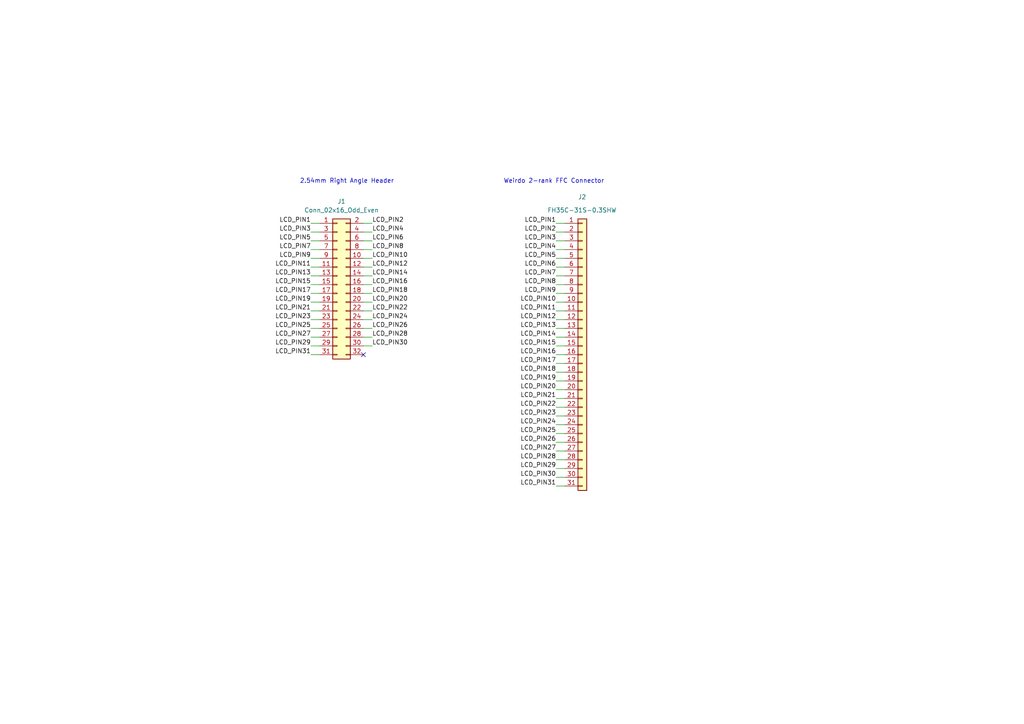
<source format=kicad_sch>
(kicad_sch (version 20201015) (generator eeschema)
  (paper "A4")
  (title_block (title "31-pin LCD FFC Breakout") (date "2021-01-13") (rev "A") (company "Luke Wren"))
  (lib_symbols
    (symbol "Connector_Generic:Conn_01x31" (pin_names (offset 1.016) hide)
      (property "Reference" "J" (at 0 40.64 0))
      (property "Value" "Conn_01x31" (at 0 -40.64 0))
      (symbol "Conn_01x31_1_1"
        (rectangle (start -1.27 -27.813) (end 0 -28.067) (stroke (width 0.1524)))
        (rectangle (start -1.27 -30.353) (end 0 -30.607) (stroke (width 0.1524)))
        (rectangle (start -1.27 -32.893) (end 0 -33.147) (stroke (width 0.1524)))
        (rectangle (start -1.27 -35.433) (end 0 -35.687) (stroke (width 0.1524)))
        (rectangle (start -1.27 -37.973) (end 0 -38.227) (stroke (width 0.1524)))
        (rectangle (start -1.27 -4.953) (end 0 -5.207) (stroke (width 0.1524)))
        (rectangle (start -1.27 -7.493) (end 0 -7.747) (stroke (width 0.1524)))
        (rectangle (start -1.27 -10.033) (end 0 -10.287) (stroke (width 0.1524)))
        (rectangle (start -1.27 -12.573) (end 0 -12.827) (stroke (width 0.1524)))
        (rectangle (start -1.27 -15.113) (end 0 -15.367) (stroke (width 0.1524)))
        (rectangle (start -1.27 -17.653) (end 0 -17.907) (stroke (width 0.1524)))
        (rectangle (start -1.27 -20.193) (end 0 -20.447) (stroke (width 0.1524)))
        (rectangle (start -1.27 -22.733) (end 0 -22.987) (stroke (width 0.1524)))
        (rectangle (start -1.27 -2.413) (end 0 -2.667) (stroke (width 0.1524)))
        (rectangle (start -1.27 -25.273) (end 0 -25.527) (stroke (width 0.1524)))
        (rectangle (start -1.27 25.527) (end 0 25.273) (stroke (width 0.1524)))
        (rectangle (start -1.27 2.667) (end 0 2.413) (stroke (width 0.1524)))
        (rectangle (start -1.27 28.067) (end 0 27.813) (stroke (width 0.1524)))
        (rectangle (start -1.27 30.607) (end 0 30.353) (stroke (width 0.1524)))
        (rectangle (start -1.27 33.147) (end 0 32.893) (stroke (width 0.1524)))
        (rectangle (start -1.27 35.687) (end 0 35.433) (stroke (width 0.1524)))
        (rectangle (start -1.27 38.227) (end 0 37.973) (stroke (width 0.1524)))
        (rectangle (start -1.27 39.37) (end 1.27 -39.37) (stroke (width 0.254)) (fill (type background)))
        (rectangle (start -1.27 5.207) (end 0 4.953) (stroke (width 0.1524)))
        (rectangle (start -1.27 7.747) (end 0 7.493) (stroke (width 0.1524)))
        (rectangle (start -1.27 10.287) (end 0 10.033) (stroke (width 0.1524)))
        (rectangle (start -1.27 0.127) (end 0 -0.127) (stroke (width 0.1524)))
        (rectangle (start -1.27 12.827) (end 0 12.573) (stroke (width 0.1524)))
        (rectangle (start -1.27 15.367) (end 0 15.113) (stroke (width 0.1524)))
        (rectangle (start -1.27 17.907) (end 0 17.653) (stroke (width 0.1524)))
        (rectangle (start -1.27 20.447) (end 0 20.193) (stroke (width 0.1524)))
        (rectangle (start -1.27 22.987) (end 0 22.733) (stroke (width 0.1524)))
        (pin passive line (at -5.08 38.1 0) (length 3.81) (name "Pin_1") (number "1"))
        (pin passive line (at -5.08 15.24 0) (length 3.81) (name "Pin_10") (number "10"))
        (pin passive line (at -5.08 12.7 0) (length 3.81) (name "Pin_11") (number "11"))
        (pin passive line (at -5.08 10.16 0) (length 3.81) (name "Pin_12") (number "12"))
        (pin passive line (at -5.08 7.62 0) (length 3.81) (name "Pin_13") (number "13"))
        (pin passive line (at -5.08 5.08 0) (length 3.81) (name "Pin_14") (number "14"))
        (pin passive line (at -5.08 2.54 0) (length 3.81) (name "Pin_15") (number "15"))
        (pin passive line (at -5.08 0 0) (length 3.81) (name "Pin_16") (number "16"))
        (pin passive line (at -5.08 -2.54 0) (length 3.81) (name "Pin_17") (number "17"))
        (pin passive line (at -5.08 -5.08 0) (length 3.81) (name "Pin_18") (number "18"))
        (pin passive line (at -5.08 -7.62 0) (length 3.81) (name "Pin_19") (number "19"))
        (pin passive line (at -5.08 35.56 0) (length 3.81) (name "Pin_2") (number "2"))
        (pin passive line (at -5.08 -10.16 0) (length 3.81) (name "Pin_20") (number "20"))
        (pin passive line (at -5.08 -12.7 0) (length 3.81) (name "Pin_21") (number "21"))
        (pin passive line (at -5.08 -15.24 0) (length 3.81) (name "Pin_22") (number "22"))
        (pin passive line (at -5.08 -17.78 0) (length 3.81) (name "Pin_23") (number "23"))
        (pin passive line (at -5.08 -20.32 0) (length 3.81) (name "Pin_24") (number "24"))
        (pin passive line (at -5.08 -22.86 0) (length 3.81) (name "Pin_25") (number "25"))
        (pin passive line (at -5.08 -25.4 0) (length 3.81) (name "Pin_26") (number "26"))
        (pin passive line (at -5.08 -27.94 0) (length 3.81) (name "Pin_27") (number "27"))
        (pin passive line (at -5.08 -30.48 0) (length 3.81) (name "Pin_28") (number "28"))
        (pin passive line (at -5.08 -33.02 0) (length 3.81) (name "Pin_29") (number "29"))
        (pin passive line (at -5.08 33.02 0) (length 3.81) (name "Pin_3") (number "3"))
        (pin passive line (at -5.08 -35.56 0) (length 3.81) (name "Pin_30") (number "30"))
        (pin passive line (at -5.08 -38.1 0) (length 3.81) (name "Pin_31") (number "31"))
        (pin passive line (at -5.08 30.48 0) (length 3.81) (name "Pin_4") (number "4"))
        (pin passive line (at -5.08 27.94 0) (length 3.81) (name "Pin_5") (number "5"))
        (pin passive line (at -5.08 25.4 0) (length 3.81) (name "Pin_6") (number "6"))
        (pin passive line (at -5.08 22.86 0) (length 3.81) (name "Pin_7") (number "7"))
        (pin passive line (at -5.08 20.32 0) (length 3.81) (name "Pin_8") (number "8"))
        (pin passive line (at -5.08 17.78 0) (length 3.81) (name "Pin_9") (number "9"))
      )
    )
    (symbol "Connector_Generic:Conn_02x16_Odd_Even" (pin_names (offset 1.016) hide)
      (property "Reference" "J" (at 1.27 20.32 0))
      (property "Value" "Conn_02x16_Odd_Even" (at 1.27 -22.86 0))
      (symbol "Conn_02x16_Odd_Even_1_1"
        (rectangle (start -1.27 -4.953) (end 0 -5.207) (stroke (width 0.1524)))
        (rectangle (start -1.27 -7.493) (end 0 -7.747) (stroke (width 0.1524)))
        (rectangle (start -1.27 -10.033) (end 0 -10.287) (stroke (width 0.1524)))
        (rectangle (start -1.27 -12.573) (end 0 -12.827) (stroke (width 0.1524)))
        (rectangle (start -1.27 -15.113) (end 0 -15.367) (stroke (width 0.1524)))
        (rectangle (start -1.27 -17.653) (end 0 -17.907) (stroke (width 0.1524)))
        (rectangle (start -1.27 -20.193) (end 0 -20.447) (stroke (width 0.1524)))
        (rectangle (start -1.27 -2.413) (end 0 -2.667) (stroke (width 0.1524)))
        (rectangle (start -1.27 2.667) (end 0 2.413) (stroke (width 0.1524)))
        (rectangle (start -1.27 5.207) (end 0 4.953) (stroke (width 0.1524)))
        (rectangle (start -1.27 7.747) (end 0 7.493) (stroke (width 0.1524)))
        (rectangle (start -1.27 10.287) (end 0 10.033) (stroke (width 0.1524)))
        (rectangle (start -1.27 0.127) (end 0 -0.127) (stroke (width 0.1524)))
        (rectangle (start -1.27 12.827) (end 0 12.573) (stroke (width 0.1524)))
        (rectangle (start -1.27 15.367) (end 0 15.113) (stroke (width 0.1524)))
        (rectangle (start -1.27 17.907) (end 0 17.653) (stroke (width 0.1524)))
        (rectangle (start -1.27 19.05) (end 3.81 -21.59) (stroke (width 0.254)) (fill (type background)))
        (rectangle (start 3.81 -4.953) (end 2.54 -5.207) (stroke (width 0.1524)))
        (rectangle (start 3.81 -7.493) (end 2.54 -7.747) (stroke (width 0.1524)))
        (rectangle (start 3.81 -10.033) (end 2.54 -10.287) (stroke (width 0.1524)))
        (rectangle (start 3.81 -12.573) (end 2.54 -12.827) (stroke (width 0.1524)))
        (rectangle (start 3.81 -15.113) (end 2.54 -15.367) (stroke (width 0.1524)))
        (rectangle (start 3.81 -17.653) (end 2.54 -17.907) (stroke (width 0.1524)))
        (rectangle (start 3.81 -20.193) (end 2.54 -20.447) (stroke (width 0.1524)))
        (rectangle (start 3.81 -2.413) (end 2.54 -2.667) (stroke (width 0.1524)))
        (rectangle (start 3.81 2.667) (end 2.54 2.413) (stroke (width 0.1524)))
        (rectangle (start 3.81 5.207) (end 2.54 4.953) (stroke (width 0.1524)))
        (rectangle (start 3.81 7.747) (end 2.54 7.493) (stroke (width 0.1524)))
        (rectangle (start 3.81 10.287) (end 2.54 10.033) (stroke (width 0.1524)))
        (rectangle (start 3.81 0.127) (end 2.54 -0.127) (stroke (width 0.1524)))
        (rectangle (start 3.81 12.827) (end 2.54 12.573) (stroke (width 0.1524)))
        (rectangle (start 3.81 15.367) (end 2.54 15.113) (stroke (width 0.1524)))
        (rectangle (start 3.81 17.907) (end 2.54 17.653) (stroke (width 0.1524)))
        (pin passive line (at -5.08 17.78 0) (length 3.81) (name "Pin_1") (number "1"))
        (pin passive line (at 7.62 7.62 180) (length 3.81) (name "Pin_10") (number "10"))
        (pin passive line (at -5.08 5.08 0) (length 3.81) (name "Pin_11") (number "11"))
        (pin passive line (at 7.62 5.08 180) (length 3.81) (name "Pin_12") (number "12"))
        (pin passive line (at -5.08 2.54 0) (length 3.81) (name "Pin_13") (number "13"))
        (pin passive line (at 7.62 2.54 180) (length 3.81) (name "Pin_14") (number "14"))
        (pin passive line (at -5.08 0 0) (length 3.81) (name "Pin_15") (number "15"))
        (pin passive line (at 7.62 0 180) (length 3.81) (name "Pin_16") (number "16"))
        (pin passive line (at -5.08 -2.54 0) (length 3.81) (name "Pin_17") (number "17"))
        (pin passive line (at 7.62 -2.54 180) (length 3.81) (name "Pin_18") (number "18"))
        (pin passive line (at -5.08 -5.08 0) (length 3.81) (name "Pin_19") (number "19"))
        (pin passive line (at 7.62 17.78 180) (length 3.81) (name "Pin_2") (number "2"))
        (pin passive line (at 7.62 -5.08 180) (length 3.81) (name "Pin_20") (number "20"))
        (pin passive line (at -5.08 -7.62 0) (length 3.81) (name "Pin_21") (number "21"))
        (pin passive line (at 7.62 -7.62 180) (length 3.81) (name "Pin_22") (number "22"))
        (pin passive line (at -5.08 -10.16 0) (length 3.81) (name "Pin_23") (number "23"))
        (pin passive line (at 7.62 -10.16 180) (length 3.81) (name "Pin_24") (number "24"))
        (pin passive line (at -5.08 -12.7 0) (length 3.81) (name "Pin_25") (number "25"))
        (pin passive line (at 7.62 -12.7 180) (length 3.81) (name "Pin_26") (number "26"))
        (pin passive line (at -5.08 -15.24 0) (length 3.81) (name "Pin_27") (number "27"))
        (pin passive line (at 7.62 -15.24 180) (length 3.81) (name "Pin_28") (number "28"))
        (pin passive line (at -5.08 -17.78 0) (length 3.81) (name "Pin_29") (number "29"))
        (pin passive line (at -5.08 15.24 0) (length 3.81) (name "Pin_3") (number "3"))
        (pin passive line (at 7.62 -17.78 180) (length 3.81) (name "Pin_30") (number "30"))
        (pin passive line (at -5.08 -20.32 0) (length 3.81) (name "Pin_31") (number "31"))
        (pin passive line (at 7.62 -20.32 180) (length 3.81) (name "Pin_32") (number "32"))
        (pin passive line (at 7.62 15.24 180) (length 3.81) (name "Pin_4") (number "4"))
        (pin passive line (at -5.08 12.7 0) (length 3.81) (name "Pin_5") (number "5"))
        (pin passive line (at 7.62 12.7 180) (length 3.81) (name "Pin_6") (number "6"))
        (pin passive line (at -5.08 10.16 0) (length 3.81) (name "Pin_7") (number "7"))
        (pin passive line (at 7.62 10.16 180) (length 3.81) (name "Pin_8") (number "8"))
        (pin passive line (at -5.08 7.62 0) (length 3.81) (name "Pin_9") (number "9"))
      )
    )
  )
  (no_connect (at 105.41 102.87))
  (wire (pts (xy 90.17 64.77) (xy 92.71 64.77)))
  (wire (pts (xy 90.17 67.31) (xy 92.71 67.31)))
  (wire (pts (xy 90.17 69.85) (xy 92.71 69.85)))
  (wire (pts (xy 90.17 72.39) (xy 92.71 72.39)))
  (wire (pts (xy 90.17 74.93) (xy 92.71 74.93)))
  (wire (pts (xy 90.17 77.47) (xy 92.71 77.47)))
  (wire (pts (xy 90.17 80.01) (xy 92.71 80.01)))
  (wire (pts (xy 90.17 82.55) (xy 92.71 82.55)))
  (wire (pts (xy 90.17 85.09) (xy 92.71 85.09)))
  (wire (pts (xy 90.17 87.63) (xy 92.71 87.63)))
  (wire (pts (xy 90.17 90.17) (xy 92.71 90.17)))
  (wire (pts (xy 90.17 92.71) (xy 92.71 92.71)))
  (wire (pts (xy 90.17 95.25) (xy 92.71 95.25)))
  (wire (pts (xy 90.17 97.79) (xy 92.71 97.79)))
  (wire (pts (xy 90.17 100.33) (xy 92.71 100.33)))
  (wire (pts (xy 90.17 102.87) (xy 92.71 102.87)))
  (wire (pts (xy 105.41 64.77) (xy 107.95 64.77)))
  (wire (pts (xy 105.41 67.31) (xy 107.95 67.31)))
  (wire (pts (xy 105.41 69.85) (xy 107.95 69.85)))
  (wire (pts (xy 105.41 72.39) (xy 107.95 72.39)))
  (wire (pts (xy 105.41 74.93) (xy 107.95 74.93)))
  (wire (pts (xy 105.41 77.47) (xy 107.95 77.47)))
  (wire (pts (xy 105.41 80.01) (xy 107.95 80.01)))
  (wire (pts (xy 105.41 82.55) (xy 107.95 82.55)))
  (wire (pts (xy 105.41 85.09) (xy 107.95 85.09)))
  (wire (pts (xy 105.41 87.63) (xy 107.95 87.63)))
  (wire (pts (xy 105.41 90.17) (xy 107.95 90.17)))
  (wire (pts (xy 105.41 92.71) (xy 107.95 92.71)))
  (wire (pts (xy 105.41 95.25) (xy 107.95 95.25)))
  (wire (pts (xy 105.41 97.79) (xy 107.95 97.79)))
  (wire (pts (xy 105.41 100.33) (xy 107.95 100.33)))
  (wire (pts (xy 161.29 64.77) (xy 163.83 64.77)))
  (wire (pts (xy 161.29 67.31) (xy 163.83 67.31)))
  (wire (pts (xy 161.29 69.85) (xy 163.83 69.85)))
  (wire (pts (xy 161.29 72.39) (xy 163.83 72.39)))
  (wire (pts (xy 161.29 74.93) (xy 163.83 74.93)))
  (wire (pts (xy 161.29 77.47) (xy 163.83 77.47)))
  (wire (pts (xy 161.29 80.01) (xy 163.83 80.01)))
  (wire (pts (xy 161.29 82.55) (xy 163.83 82.55)))
  (wire (pts (xy 161.29 85.09) (xy 163.83 85.09)))
  (wire (pts (xy 161.29 87.63) (xy 163.83 87.63)))
  (wire (pts (xy 161.29 90.17) (xy 163.83 90.17)))
  (wire (pts (xy 161.29 92.71) (xy 163.83 92.71)))
  (wire (pts (xy 161.29 95.25) (xy 163.83 95.25)))
  (wire (pts (xy 161.29 97.79) (xy 163.83 97.79)))
  (wire (pts (xy 161.29 100.33) (xy 163.83 100.33)))
  (wire (pts (xy 161.29 102.87) (xy 163.83 102.87)))
  (wire (pts (xy 161.29 105.41) (xy 163.83 105.41)))
  (wire (pts (xy 161.29 107.95) (xy 163.83 107.95)))
  (wire (pts (xy 161.29 110.49) (xy 163.83 110.49)))
  (wire (pts (xy 161.29 113.03) (xy 163.83 113.03)))
  (wire (pts (xy 161.29 115.57) (xy 163.83 115.57)))
  (wire (pts (xy 161.29 118.11) (xy 163.83 118.11)))
  (wire (pts (xy 161.29 120.65) (xy 163.83 120.65)))
  (wire (pts (xy 161.29 123.19) (xy 163.83 123.19)))
  (wire (pts (xy 161.29 125.73) (xy 163.83 125.73)))
  (wire (pts (xy 161.29 128.27) (xy 163.83 128.27)))
  (wire (pts (xy 161.29 130.81) (xy 163.83 130.81)))
  (wire (pts (xy 161.29 133.35) (xy 163.83 133.35)))
  (wire (pts (xy 161.29 135.89) (xy 163.83 135.89)))
  (wire (pts (xy 161.29 138.43) (xy 163.83 138.43)))
  (wire (pts (xy 161.29 140.97) (xy 163.83 140.97)))
  (text "2.54mm Right Angle Header" (at 114.3 53.34 180) (effects (font (size 1.27 1.27)) (justify right bottom)))
  (text "Weirdo 2-rank FFC Connector" (at 175.26 53.34 180) (effects (font (size 1.27 1.27)) (justify right bottom)))
  (label "LCD_PIN1" (at 90.17 64.77 180))
  (label "LCD_PIN3" (at 90.17 67.31 180))
  (label "LCD_PIN5" (at 90.17 69.85 180))
  (label "LCD_PIN7" (at 90.17 72.39 180))
  (label "LCD_PIN9" (at 90.17 74.93 180))
  (label "LCD_PIN11" (at 90.17 77.47 180))
  (label "LCD_PIN13" (at 90.17 80.01 180))
  (label "LCD_PIN15" (at 90.17 82.55 180))
  (label "LCD_PIN17" (at 90.17 85.09 180))
  (label "LCD_PIN19" (at 90.17 87.63 180))
  (label "LCD_PIN21" (at 90.17 90.17 180))
  (label "LCD_PIN23" (at 90.17 92.71 180))
  (label "LCD_PIN25" (at 90.17 95.25 180))
  (label "LCD_PIN27" (at 90.17 97.79 180))
  (label "LCD_PIN29" (at 90.17 100.33 180))
  (label "LCD_PIN31" (at 90.17 102.87 180))
  (label "LCD_PIN2" (at 107.95 64.77 0))
  (label "LCD_PIN4" (at 107.95 67.31 0))
  (label "LCD_PIN6" (at 107.95 69.85 0))
  (label "LCD_PIN8" (at 107.95 72.39 0))
  (label "LCD_PIN10" (at 107.95 74.93 0))
  (label "LCD_PIN12" (at 107.95 77.47 0))
  (label "LCD_PIN14" (at 107.95 80.01 0))
  (label "LCD_PIN16" (at 107.95 82.55 0))
  (label "LCD_PIN18" (at 107.95 85.09 0))
  (label "LCD_PIN20" (at 107.95 87.63 0))
  (label "LCD_PIN22" (at 107.95 90.17 0))
  (label "LCD_PIN24" (at 107.95 92.71 0))
  (label "LCD_PIN26" (at 107.95 95.25 0))
  (label "LCD_PIN28" (at 107.95 97.79 0))
  (label "LCD_PIN30" (at 107.95 100.33 0))
  (label "LCD_PIN1" (at 161.29 64.77 180))
  (label "LCD_PIN2" (at 161.29 67.31 180))
  (label "LCD_PIN3" (at 161.29 69.85 180))
  (label "LCD_PIN4" (at 161.29 72.39 180))
  (label "LCD_PIN5" (at 161.29 74.93 180))
  (label "LCD_PIN6" (at 161.29 77.47 180))
  (label "LCD_PIN7" (at 161.29 80.01 180))
  (label "LCD_PIN8" (at 161.29 82.55 180))
  (label "LCD_PIN9" (at 161.29 85.09 180))
  (label "LCD_PIN10" (at 161.29 87.63 180))
  (label "LCD_PIN11" (at 161.29 90.17 180))
  (label "LCD_PIN12" (at 161.29 92.71 180))
  (label "LCD_PIN13" (at 161.29 95.25 180))
  (label "LCD_PIN14" (at 161.29 97.79 180))
  (label "LCD_PIN15" (at 161.29 100.33 180))
  (label "LCD_PIN16" (at 161.29 102.87 180))
  (label "LCD_PIN17" (at 161.29 105.41 180))
  (label "LCD_PIN18" (at 161.29 107.95 180))
  (label "LCD_PIN19" (at 161.29 110.49 180))
  (label "LCD_PIN20" (at 161.29 113.03 180))
  (label "LCD_PIN21" (at 161.29 115.57 180))
  (label "LCD_PIN22" (at 161.29 118.11 180))
  (label "LCD_PIN23" (at 161.29 120.65 180))
  (label "LCD_PIN24" (at 161.29 123.19 180))
  (label "LCD_PIN25" (at 161.29 125.73 180))
  (label "LCD_PIN26" (at 161.29 128.27 180))
  (label "LCD_PIN27" (at 161.29 130.81 180))
  (label "LCD_PIN28" (at 161.29 133.35 180))
  (label "LCD_PIN29" (at 161.29 135.89 180))
  (label "LCD_PIN30" (at 161.29 138.43 180))
  (label "LCD_PIN31" (at 161.29 140.97 180))
  (symbol (lib_id "Connector_Generic:Conn_01x31") (at 168.91 102.87 0) (unit 1)
    (property "Reference" "J2" (at 167.64 57.15 0) (effects (justify left)))
    (property "Value" "FH35C-31S-0.3SHW" (at 158.75 60.96 0) (effects (justify left)))
    (property "Footprint" "31pin:FH35C-31S-0.3SHW" (effects hide))
  )
  (symbol (lib_id "Connector_Generic:Conn_02x16_Odd_Even") (at 97.79 82.55 0) (unit 1)
    (property "Reference" "J1" (at 99.06 58.42 0))
    (property "Value" "Conn_02x16_Odd_Even" (at 99.06 60.96 0))
    (property "Footprint" "Connector_PinHeader_2.54mm:PinHeader_2x16_P2.54mm_Horizontal" (effects hide))
  )
)
</source>
